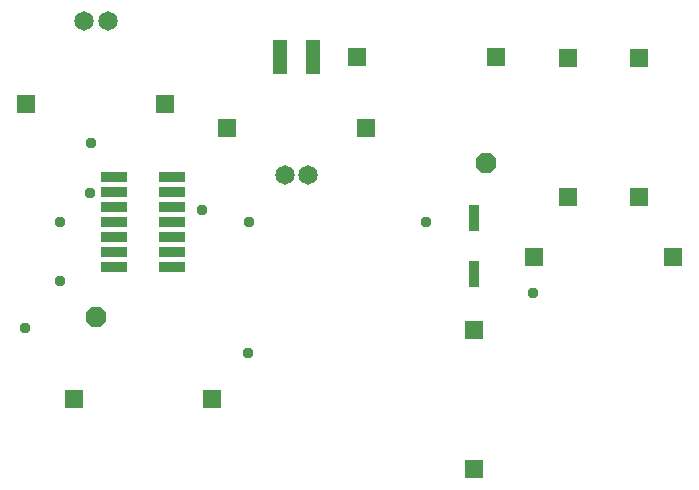
<source format=gbr>
G04 EAGLE Gerber RS-274X export*
G75*
%MOMM*%
%FSLAX34Y34*%
%LPD*%
%INSoldermask Top*%
%IPPOS*%
%AMOC8*
5,1,8,0,0,1.08239X$1,22.5*%
G01*
G04 Define Apertures*
%ADD10R,1.272900X2.973400*%
%ADD11R,0.880200X2.193400*%
%ADD12R,1.633200X1.633200*%
%ADD13R,2.172600X0.807700*%
%ADD14C,1.653200*%
%ADD15P,1.8695X8X22.5*%
%ADD16C,0.959600*%
D10*
X255703Y370000D03*
X284297Y370000D03*
D11*
X420000Y186293D03*
X420000Y233707D03*
D12*
X420000Y21200D03*
X420000Y138800D03*
X321200Y370000D03*
X438800Y370000D03*
X500000Y368800D03*
X500000Y251200D03*
X560000Y368800D03*
X560000Y251200D03*
X328800Y310000D03*
X211200Y310000D03*
X198800Y80000D03*
X81200Y80000D03*
X471200Y200000D03*
X588800Y200000D03*
D13*
X115264Y268100D03*
X115264Y255400D03*
X115264Y242700D03*
X115264Y230000D03*
X115264Y217300D03*
X115264Y204600D03*
X115264Y191900D03*
X164736Y191900D03*
X164736Y204600D03*
X164736Y217300D03*
X164736Y230000D03*
X164736Y242700D03*
X164736Y255400D03*
X164736Y268100D03*
D14*
X90000Y400000D03*
X110000Y400000D03*
X280000Y270000D03*
X260000Y270000D03*
D12*
X41200Y330000D03*
X158800Y330000D03*
D15*
X430000Y280000D03*
X100000Y150000D03*
D16*
X190000Y240000D03*
X380000Y230000D03*
X70000Y230000D03*
X70000Y180000D03*
X230000Y230000D03*
X470000Y170000D03*
X95000Y255000D03*
X96000Y297000D03*
X229000Y119000D03*
X40000Y140000D03*
M02*

</source>
